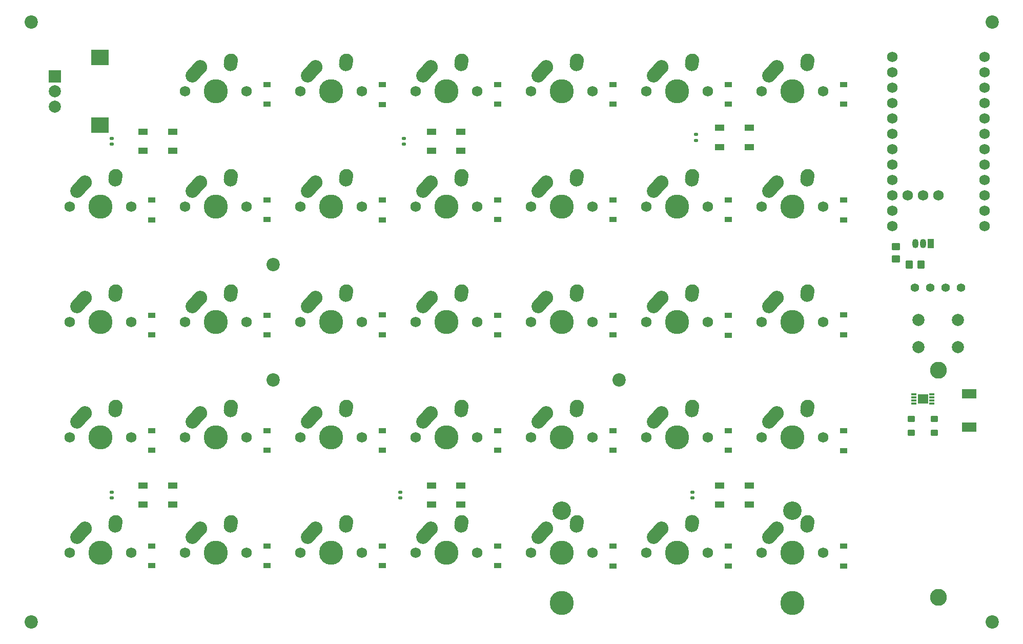
<source format=gbs>
G04 #@! TF.GenerationSoftware,KiCad,Pcbnew,(6.0.1)*
G04 #@! TF.CreationDate,2022-04-12T16:56:48+02:00*
G04 #@! TF.ProjectId,Keyboard Left Hand Side,4b657962-6f61-4726-9420-4c6566742048,rev?*
G04 #@! TF.SameCoordinates,Original*
G04 #@! TF.FileFunction,Soldermask,Bot*
G04 #@! TF.FilePolarity,Negative*
%FSLAX46Y46*%
G04 Gerber Fmt 4.6, Leading zero omitted, Abs format (unit mm)*
G04 Created by KiCad (PCBNEW (6.0.1)) date 2022-04-12 16:56:48*
%MOMM*%
%LPD*%
G01*
G04 APERTURE LIST*
G04 Aperture macros list*
%AMRoundRect*
0 Rectangle with rounded corners*
0 $1 Rounding radius*
0 $2 $3 $4 $5 $6 $7 $8 $9 X,Y pos of 4 corners*
0 Add a 4 corners polygon primitive as box body*
4,1,4,$2,$3,$4,$5,$6,$7,$8,$9,$2,$3,0*
0 Add four circle primitives for the rounded corners*
1,1,$1+$1,$2,$3*
1,1,$1+$1,$4,$5*
1,1,$1+$1,$6,$7*
1,1,$1+$1,$8,$9*
0 Add four rect primitives between the rounded corners*
20,1,$1+$1,$2,$3,$4,$5,0*
20,1,$1+$1,$4,$5,$6,$7,0*
20,1,$1+$1,$6,$7,$8,$9,0*
20,1,$1+$1,$8,$9,$2,$3,0*%
%AMHorizOval*
0 Thick line with rounded ends*
0 $1 width*
0 $2 $3 position (X,Y) of the first rounded end (center of the circle)*
0 $4 $5 position (X,Y) of the second rounded end (center of the circle)*
0 Add line between two ends*
20,1,$1,$2,$3,$4,$5,0*
0 Add two circle primitives to create the rounded ends*
1,1,$1,$2,$3*
1,1,$1,$4,$5*%
G04 Aperture macros list end*
%ADD10C,1.750000*%
%ADD11C,3.987800*%
%ADD12C,2.250000*%
%ADD13HorizOval,2.250000X0.655001X0.730000X-0.655001X-0.730000X0*%
%ADD14HorizOval,2.250000X0.020000X0.290000X-0.020000X-0.290000X0*%
%ADD15C,2.200000*%
%ADD16C,1.397000*%
%ADD17C,3.048000*%
%ADD18R,2.000000X2.000000*%
%ADD19C,2.000000*%
%ADD20R,3.000000X2.500000*%
%ADD21C,1.752600*%
%ADD22RoundRect,0.140000X-0.170000X0.140000X-0.170000X-0.140000X0.170000X-0.140000X0.170000X0.140000X0*%
%ADD23R,1.050000X1.500000*%
%ADD24O,1.050000X1.500000*%
%ADD25R,1.200000X0.900000*%
%ADD26RoundRect,0.250000X-0.450000X0.350000X-0.450000X-0.350000X0.450000X-0.350000X0.450000X0.350000X0*%
%ADD27C,2.800000*%
%ADD28R,1.500000X1.000000*%
%ADD29RoundRect,0.250000X-0.350000X0.275000X-0.350000X-0.275000X0.350000X-0.275000X0.350000X0.275000X0*%
%ADD30R,0.850000X0.300000*%
%ADD31R,1.700000X1.600000*%
%ADD32R,2.400000X1.500000*%
%ADD33RoundRect,0.250000X-0.350000X-0.450000X0.350000X-0.450000X0.350000X0.450000X-0.350000X0.450000X0*%
G04 APERTURE END LIST*
D10*
X84455000Y-51435000D03*
D11*
X89535000Y-51435000D03*
D10*
X94615000Y-51435000D03*
D12*
X87035000Y-47435000D03*
D13*
X86380001Y-48165000D03*
D12*
X92075000Y-46355000D03*
D14*
X92055000Y-46645000D03*
D10*
X46355000Y-70485000D03*
D11*
X51435000Y-70485000D03*
D10*
X56515000Y-70485000D03*
D13*
X48280001Y-67215000D03*
D12*
X48935000Y-66485000D03*
D14*
X53955000Y-65695000D03*
D12*
X53975000Y-65405000D03*
D11*
X89535000Y-89535000D03*
D10*
X94615000Y-89535000D03*
X84455000Y-89535000D03*
D13*
X86380001Y-86265000D03*
D12*
X87035000Y-85535000D03*
X92075000Y-84455000D03*
D14*
X92055000Y-84745000D03*
D10*
X103505000Y-51435000D03*
D11*
X108585000Y-51435000D03*
D10*
X113665000Y-51435000D03*
D13*
X105430001Y-48165000D03*
D12*
X106085000Y-47435000D03*
D14*
X111105000Y-46645000D03*
D12*
X111125000Y-46355000D03*
D10*
X75565000Y-127635000D03*
D11*
X70485000Y-127635000D03*
D10*
X65405000Y-127635000D03*
D12*
X67985000Y-123635000D03*
D13*
X67330001Y-124365000D03*
D12*
X73025000Y-122555000D03*
D14*
X73005000Y-122845000D03*
D11*
X108585000Y-108585000D03*
D10*
X113665000Y-108585000D03*
X103505000Y-108585000D03*
D13*
X105430001Y-105315000D03*
D12*
X106085000Y-104585000D03*
D14*
X111105000Y-103795000D03*
D12*
X111125000Y-103505000D03*
D10*
X132715000Y-70485000D03*
X122555000Y-70485000D03*
D11*
X127635000Y-70485000D03*
D12*
X125135000Y-66485000D03*
D13*
X124480001Y-67215000D03*
D14*
X130155000Y-65695000D03*
D12*
X130175000Y-65405000D03*
D10*
X141605000Y-51435000D03*
X151765000Y-51435000D03*
D11*
X146685000Y-51435000D03*
D12*
X144185000Y-47435000D03*
D13*
X143530001Y-48165000D03*
D12*
X149225000Y-46355000D03*
D14*
X149205000Y-46645000D03*
D11*
X51435000Y-108585000D03*
D10*
X46355000Y-108585000D03*
X56515000Y-108585000D03*
D12*
X48935000Y-104585000D03*
D13*
X48280001Y-105315000D03*
D12*
X53975000Y-103505000D03*
D14*
X53955000Y-103795000D03*
D10*
X103505000Y-89535000D03*
X113665000Y-89535000D03*
D11*
X108585000Y-89535000D03*
D12*
X106085000Y-85535000D03*
D13*
X105430001Y-86265000D03*
D12*
X111125000Y-84455000D03*
D14*
X111105000Y-84745000D03*
D10*
X46355000Y-127635000D03*
D11*
X51435000Y-127635000D03*
D10*
X56515000Y-127635000D03*
D13*
X48280001Y-124365000D03*
D12*
X48935000Y-123635000D03*
D14*
X53955000Y-122845000D03*
D12*
X53975000Y-122555000D03*
D10*
X113665000Y-127635000D03*
X103505000Y-127635000D03*
D11*
X108585000Y-127635000D03*
D13*
X105430001Y-124365000D03*
D12*
X106085000Y-123635000D03*
X111125000Y-122555000D03*
D14*
X111105000Y-122845000D03*
D11*
X165735000Y-89535000D03*
D10*
X170815000Y-89535000D03*
X160655000Y-89535000D03*
D12*
X163235000Y-85535000D03*
D13*
X162580001Y-86265000D03*
D12*
X168275000Y-84455000D03*
D14*
X168255000Y-84745000D03*
D15*
X137160000Y-99060000D03*
X40005000Y-139065000D03*
D11*
X146685000Y-70485000D03*
D10*
X141605000Y-70485000D03*
X151765000Y-70485000D03*
D13*
X143530001Y-67215000D03*
D12*
X144185000Y-66485000D03*
X149225000Y-65405000D03*
D14*
X149205000Y-65695000D03*
D16*
X193665000Y-83820000D03*
X191125000Y-83820000D03*
X188585000Y-83820000D03*
X186045000Y-83820000D03*
D11*
X70485000Y-108585000D03*
D10*
X75565000Y-108585000D03*
X65405000Y-108585000D03*
D12*
X67985000Y-104585000D03*
D13*
X67330001Y-105315000D03*
D14*
X73005000Y-103795000D03*
D12*
X73025000Y-103505000D03*
D11*
X70485000Y-70485000D03*
D10*
X75565000Y-70485000D03*
X65405000Y-70485000D03*
D13*
X67330001Y-67215000D03*
D12*
X67985000Y-66485000D03*
D14*
X73005000Y-65695000D03*
D12*
X73025000Y-65405000D03*
D11*
X70485000Y-51435000D03*
D10*
X65405000Y-51435000D03*
X75565000Y-51435000D03*
D13*
X67330001Y-48165000D03*
D12*
X67985000Y-47435000D03*
X73025000Y-46355000D03*
D14*
X73005000Y-46645000D03*
D10*
X122555000Y-51435000D03*
D11*
X127635000Y-51435000D03*
D10*
X132715000Y-51435000D03*
D12*
X125135000Y-47435000D03*
D13*
X124480001Y-48165000D03*
D12*
X130175000Y-46355000D03*
D14*
X130155000Y-46645000D03*
D15*
X80010000Y-80010000D03*
D10*
X151765000Y-89535000D03*
X141605000Y-89535000D03*
D11*
X146685000Y-89535000D03*
D12*
X144185000Y-85535000D03*
D13*
X143530001Y-86265000D03*
D12*
X149225000Y-84455000D03*
D14*
X149205000Y-84745000D03*
D10*
X132715000Y-89535000D03*
D11*
X127635000Y-89535000D03*
D10*
X122555000Y-89535000D03*
D12*
X125135000Y-85535000D03*
D13*
X124480001Y-86265000D03*
D14*
X130155000Y-84745000D03*
D12*
X130175000Y-84455000D03*
D10*
X170815000Y-51435000D03*
X160655000Y-51435000D03*
D11*
X165735000Y-51435000D03*
D12*
X163235000Y-47435000D03*
D13*
X162580001Y-48165000D03*
D14*
X168255000Y-46645000D03*
D12*
X168275000Y-46355000D03*
D10*
X132715000Y-108585000D03*
X122555000Y-108585000D03*
D11*
X127635000Y-108585000D03*
D13*
X124480001Y-105315000D03*
D12*
X125135000Y-104585000D03*
D14*
X130155000Y-103795000D03*
D12*
X130175000Y-103505000D03*
D11*
X70485000Y-89535000D03*
D10*
X75565000Y-89535000D03*
X65405000Y-89535000D03*
D13*
X67330001Y-86265000D03*
D12*
X67985000Y-85535000D03*
X73025000Y-84455000D03*
D14*
X73005000Y-84745000D03*
D11*
X108585000Y-70485000D03*
D10*
X103505000Y-70485000D03*
X113665000Y-70485000D03*
D13*
X105430001Y-67215000D03*
D12*
X106085000Y-66485000D03*
X111125000Y-65405000D03*
D14*
X111105000Y-65695000D03*
D15*
X198755000Y-139065000D03*
X40005000Y-40005000D03*
D10*
X151765000Y-108585000D03*
X141605000Y-108585000D03*
D11*
X146685000Y-108585000D03*
D12*
X144185000Y-104585000D03*
D13*
X143530001Y-105315000D03*
D14*
X149205000Y-103795000D03*
D12*
X149225000Y-103505000D03*
D10*
X141609400Y-127627200D03*
D11*
X127639400Y-135882200D03*
D10*
X151769400Y-127627200D03*
D11*
X165739400Y-135882200D03*
D17*
X127639400Y-120642200D03*
D11*
X146689400Y-127627200D03*
D17*
X165739400Y-120642200D03*
D13*
X143534401Y-124357200D03*
D12*
X144189400Y-123627200D03*
X149229400Y-122547200D03*
D14*
X149209400Y-122837200D03*
D11*
X89535000Y-70485000D03*
D10*
X84455000Y-70485000D03*
X94615000Y-70485000D03*
D12*
X87035000Y-66485000D03*
D13*
X86380001Y-67215000D03*
D14*
X92055000Y-65695000D03*
D12*
X92075000Y-65405000D03*
D18*
X43919800Y-48935000D03*
D19*
X43919800Y-53935000D03*
X43919800Y-51435000D03*
D20*
X51419800Y-45835000D03*
X51419800Y-57035000D03*
D15*
X198755000Y-40005000D03*
D11*
X89535000Y-127635000D03*
D10*
X94615000Y-127635000D03*
X84455000Y-127635000D03*
D13*
X86380001Y-124365000D03*
D12*
X87035000Y-123635000D03*
D14*
X92055000Y-122845000D03*
D12*
X92075000Y-122555000D03*
D11*
X165735000Y-127635000D03*
D10*
X160655000Y-127635000D03*
X170815000Y-127635000D03*
D13*
X162580001Y-124365000D03*
D12*
X163235000Y-123635000D03*
D14*
X168255000Y-122845000D03*
D12*
X168275000Y-122555000D03*
D19*
X186615000Y-89190000D03*
X193115000Y-89190000D03*
X186615000Y-93690000D03*
X193115000Y-93690000D03*
D11*
X127635000Y-127635000D03*
D10*
X132715000Y-127635000D03*
X122555000Y-127635000D03*
D13*
X124480001Y-124365000D03*
D12*
X125135000Y-123635000D03*
X130175000Y-122555000D03*
D14*
X130155000Y-122845000D03*
D10*
X160655000Y-70485000D03*
X170815000Y-70485000D03*
D11*
X165735000Y-70485000D03*
D12*
X163235000Y-66485000D03*
D13*
X162580001Y-67215000D03*
D12*
X168275000Y-65405000D03*
D14*
X168255000Y-65695000D03*
D15*
X80010000Y-99060000D03*
D21*
X182245000Y-45720000D03*
X182245000Y-48260000D03*
X182245000Y-50800000D03*
X182245000Y-53340000D03*
X182245000Y-55880000D03*
X182245000Y-58420000D03*
X182245000Y-60960000D03*
X182245000Y-63500000D03*
X182245000Y-66040000D03*
X182245000Y-68580000D03*
X182245000Y-71120000D03*
X182245000Y-73660000D03*
X197485000Y-73660000D03*
X197485000Y-71120000D03*
X197485000Y-68580000D03*
X197485000Y-66040000D03*
X197485000Y-63500000D03*
X197485000Y-60960000D03*
X197485000Y-58420000D03*
X197485000Y-55880000D03*
X197485000Y-53340000D03*
X197485000Y-50800000D03*
X197485000Y-48260000D03*
X197485000Y-45720000D03*
X184785000Y-68580000D03*
X187325000Y-68580000D03*
X189865000Y-68580000D03*
D10*
X46355000Y-89535000D03*
X56515000Y-89535000D03*
D11*
X51435000Y-89535000D03*
D12*
X48935000Y-85535000D03*
D13*
X48280001Y-86265000D03*
D12*
X53975000Y-84455000D03*
D14*
X53955000Y-84745000D03*
D11*
X89535000Y-108585000D03*
D10*
X84455000Y-108585000D03*
X94615000Y-108585000D03*
D12*
X87035000Y-104585000D03*
D13*
X86380001Y-105315000D03*
D12*
X92075000Y-103505000D03*
D14*
X92055000Y-103795000D03*
D10*
X160655000Y-108585000D03*
X170815000Y-108585000D03*
D11*
X165735000Y-108585000D03*
D13*
X162580001Y-105315000D03*
D12*
X163235000Y-104585000D03*
X168275000Y-103505000D03*
D14*
X168255000Y-103795000D03*
D22*
X149860000Y-58575000D03*
X149860000Y-59535000D03*
D23*
X188595000Y-76560000D03*
D24*
X187325000Y-76560000D03*
X186055000Y-76560000D03*
D22*
X53340000Y-59210000D03*
X53340000Y-60170000D03*
D25*
X155210000Y-72635000D03*
X155210000Y-69335000D03*
D22*
X101600000Y-59210000D03*
X101600000Y-60170000D03*
D25*
X155210000Y-110735000D03*
X155210000Y-107435000D03*
X174260000Y-53585000D03*
X174260000Y-50285000D03*
X174260000Y-129800000D03*
X174260000Y-126500000D03*
X59960000Y-91685000D03*
X59960000Y-88385000D03*
X79010000Y-129785000D03*
X79010000Y-126485000D03*
X117110000Y-53585000D03*
X117110000Y-50285000D03*
D26*
X182880000Y-77105000D03*
X182880000Y-79105000D03*
D27*
X189865000Y-134955000D03*
X189865000Y-97455000D03*
D28*
X106135000Y-61290000D03*
X106135000Y-58090000D03*
X111035000Y-58090000D03*
X111035000Y-61290000D03*
D25*
X155210000Y-53585000D03*
X155210000Y-50285000D03*
X174250000Y-91670000D03*
X174250000Y-88370000D03*
D29*
X185420000Y-105530000D03*
X185420000Y-107830000D03*
D25*
X98060000Y-110735000D03*
X98060000Y-107435000D03*
X117110000Y-53585000D03*
X117110000Y-50285000D03*
X155210000Y-110735000D03*
X155210000Y-107435000D03*
X59960000Y-72640000D03*
X59960000Y-69340000D03*
X117110000Y-91685000D03*
X117110000Y-88385000D03*
X117110000Y-110735000D03*
X117110000Y-107435000D03*
X98080000Y-72640000D03*
X98080000Y-69340000D03*
D30*
X188775000Y-101485000D03*
X188775000Y-101985000D03*
X188775000Y-102485000D03*
X188775000Y-102985000D03*
X185875000Y-102985000D03*
X185875000Y-102485000D03*
X185875000Y-101985000D03*
X185875000Y-101485000D03*
D31*
X187325000Y-102235000D03*
D28*
X153760000Y-60655000D03*
X153760000Y-57455000D03*
X158660000Y-57455000D03*
X158660000Y-60655000D03*
D25*
X59960000Y-129785000D03*
X59960000Y-126485000D03*
X117110000Y-72635000D03*
X117110000Y-69335000D03*
X79010000Y-72635000D03*
X79010000Y-69335000D03*
D28*
X111035000Y-116510000D03*
X111035000Y-119710000D03*
X106135000Y-119710000D03*
X106135000Y-116510000D03*
D25*
X155220000Y-129790000D03*
X155220000Y-126490000D03*
X136160000Y-72635000D03*
X136160000Y-69335000D03*
X79010000Y-91685000D03*
X79010000Y-88385000D03*
X136160000Y-129790000D03*
X136160000Y-126490000D03*
X136160000Y-91685000D03*
X136160000Y-88385000D03*
X59960000Y-110735000D03*
X59960000Y-107435000D03*
X98050000Y-53590000D03*
X98050000Y-50290000D03*
X79010000Y-129785000D03*
X79010000Y-126485000D03*
X79010000Y-91685000D03*
X79010000Y-88385000D03*
X79010000Y-53585000D03*
X79010000Y-50285000D03*
D29*
X189230000Y-105530000D03*
X189230000Y-107830000D03*
D22*
X149225000Y-117630000D03*
X149225000Y-118590000D03*
D25*
X136160000Y-110735000D03*
X136160000Y-107435000D03*
D32*
X194945000Y-106890000D03*
X194945000Y-101390000D03*
D28*
X63410000Y-116510000D03*
X63410000Y-119710000D03*
X58510000Y-119710000D03*
X58510000Y-116510000D03*
D25*
X117110000Y-72635000D03*
X117110000Y-69335000D03*
X79010000Y-72635000D03*
X79010000Y-69335000D03*
X136160000Y-110735000D03*
X136160000Y-107435000D03*
X155210000Y-53585000D03*
X155210000Y-50285000D03*
X98060000Y-91670000D03*
X98060000Y-88370000D03*
X117110000Y-129785000D03*
X117110000Y-126485000D03*
X155210000Y-91690000D03*
X155210000Y-88390000D03*
X79010000Y-110735000D03*
X79010000Y-107435000D03*
X59960000Y-91685000D03*
X59960000Y-88385000D03*
X174250000Y-110740000D03*
X174250000Y-107440000D03*
X136160000Y-53585000D03*
X136160000Y-50285000D03*
D33*
X185055000Y-80010000D03*
X187055000Y-80010000D03*
D28*
X158660000Y-116510000D03*
X158660000Y-119710000D03*
X153760000Y-119710000D03*
X153760000Y-116510000D03*
D25*
X174270000Y-72640000D03*
X174270000Y-69340000D03*
D22*
X100965000Y-117630000D03*
X100965000Y-118590000D03*
D28*
X58510000Y-61290000D03*
X58510000Y-58090000D03*
X63410000Y-58090000D03*
X63410000Y-61290000D03*
D25*
X117110000Y-110735000D03*
X117110000Y-107435000D03*
X174260000Y-53585000D03*
X174260000Y-50285000D03*
X155210000Y-72635000D03*
X155210000Y-69335000D03*
X136160000Y-91685000D03*
X136160000Y-88385000D03*
D22*
X53340000Y-117630000D03*
X53340000Y-118590000D03*
D25*
X59960000Y-110735000D03*
X59960000Y-107435000D03*
X79010000Y-110735000D03*
X79010000Y-107435000D03*
X98060000Y-129785000D03*
X98060000Y-126485000D03*
X117110000Y-129785000D03*
X117110000Y-126485000D03*
X98060000Y-129785000D03*
X98060000Y-126485000D03*
M02*

</source>
